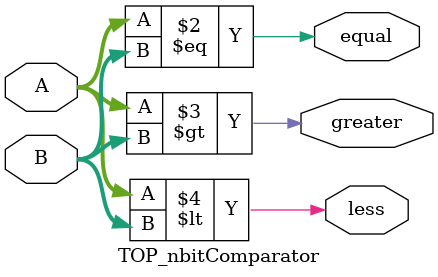
<source format=v>
`timescale 1ns / 1ps


module TOP_nbitComparator #(
    parameter N = 8
)(
    input [N-1:0] A,
    input [N-1:0] B,
    output reg equal,
    output reg greater,
    output reg less
);

    always @(*) begin
        equal = (A == B);
        greater = (A > B);
        less = (A < B);
    end

endmodule

</source>
